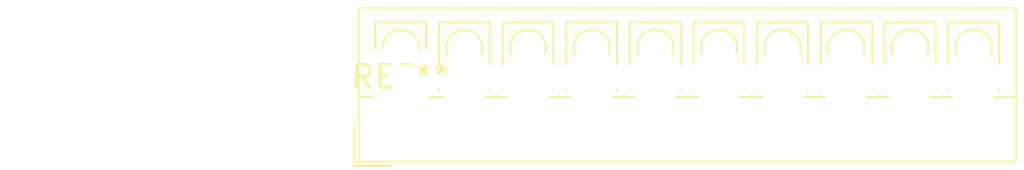
<source format=kicad_pcb>
(kicad_pcb (version 20240108) (generator pcbnew)
  (layers (0 "F.Cu" signal) (31 "B.Cu" signal) (34 "B.Paste" user) (35 "F.Paste" user) (36 "B.SilkS" user "B.Silkscreen") (37 "F.SilkS" user "F.Silkscreen") (38 "B.Mask" user) (39 "F.Mask" user) (44 "Edge.Cuts" user))
  (net 0 "")
  (footprint "TerminalBlock_4Ucon_1x10_P3.50mm_Vertical" (layer "F.Cu") (at 0 0)
    (property "Reference" "REF**")
    (property "Value" "TerminalBlock_4Ucon_1x10_P3.50mm_Vertical")
    (fp_line (start -2.55 2.66) (end -2.55 4.9) (layer "F.SilkS") (stroke (width 0.12)))
    (fp_line (start -2.55 4.9) (end -0.55 4.9) (layer "F.SilkS") (stroke (width 0.12)))
    (fp_line (start -2.31 -3.76) (end -2.31 4.66) (layer "F.SilkS") (stroke (width 0.12)))
    (fp_line (start -2.31 -3.76) (end 33.81 -3.76) (layer "F.SilkS") (stroke (width 0.12)))
    (fp_line (start -2.31 1.101) (end -1.54 1.101) (layer "F.SilkS") (stroke (width 0.12)))
    (fp_line (start -2.31 4.66) (end 33.81 4.66) (layer "F.SilkS") (stroke (width 0.12)))
    (fp_line (start -1.4 -3) (end -1.4 -1.54) (layer "F.SilkS") (stroke (width 0.12)))
    (fp_line (start -1.4 -3) (end 1.4 -3) (layer "F.SilkS") (stroke (width 0.12)))
    (fp_line (start 1.4 -3) (end 1.4 -1.54) (layer "F.SilkS") (stroke (width 0.12)))
    (fp_line (start 1.54 1.101) (end 2.367 1.101) (layer "F.SilkS") (stroke (width 0.12)))
    (fp_line (start 2.1 -3) (end 2.1 -0.689) (layer "F.SilkS") (stroke (width 0.12)))
    (fp_line (start 2.1 -3) (end 4.9 -3) (layer "F.SilkS") (stroke (width 0.12)))
    (fp_line (start 2.1 0.689) (end 2.1 0.75) (layer "F.SilkS") (stroke (width 0.12)))
    (fp_line (start 2.1 0.75) (end 2.101 0.75) (layer "F.SilkS") (stroke (width 0.12)))
    (fp_line (start 4.634 1.101) (end 5.867 1.101) (layer "F.SilkS") (stroke (width 0.12)))
    (fp_line (start 4.9 -3) (end 4.9 -0.689) (layer "F.SilkS") (stroke (width 0.12)))
    (fp_line (start 4.9 0.689) (end 4.9 0.75) (layer "F.SilkS") (stroke (width 0.12)))
    (fp_line (start 4.9 0.75) (end 4.9 0.75) (layer "F.SilkS") (stroke (width 0.12)))
    (fp_line (start 5.6 -3) (end 5.6 -0.689) (layer "F.SilkS") (stroke (width 0.12)))
    (fp_line (start 5.6 -3) (end 8.4 -3) (layer "F.SilkS") (stroke (width 0.12)))
    (fp_line (start 5.6 0.689) (end 5.6 0.75) (layer "F.SilkS") (stroke (width 0.12)))
    (fp_line (start 5.6 0.75) (end 5.601 0.75) (layer "F.SilkS") (stroke (width 0.12)))
    (fp_line (start 8.134 1.101) (end 9.367 1.101) (layer "F.SilkS") (stroke (width 0.12)))
    (fp_line (start 8.4 -3) (end 8.4 -0.689) (layer "F.SilkS") (stroke (width 0.12)))
    (fp_line (start 8.4 0.689) (end 8.4 0.75) (layer "F.SilkS") (stroke (width 0.12)))
    (fp_line (start 8.4 0.75) (end 8.4 0.75) (layer "F.SilkS") (stroke (width 0.12)))
    (fp_line (start 9.1 -3) (end 9.1 -0.689) (layer "F.SilkS") (stroke (width 0.12)))
    (fp_line (start 9.1 -3) (end 11.9 -3) (layer "F.SilkS") (stroke (width 0.12)))
    (fp_line (start 9.1 0.689) (end 9.1 0.75) (layer "F.SilkS") (stroke (width 0.12)))
    (fp_line (start 9.1 0.75) (end 9.101 0.75) (layer "F.SilkS") (stroke (width 0.12)))
    (fp_line (start 11.634 1.101) (end 12.867 1.101) (layer "F.SilkS") (stroke (width 0.12)))
    (fp_line (start 11.9 -3) (end 11.9 -0.689) (layer "F.SilkS") (stroke (width 0.12)))
    (fp_line (start 11.9 0.689) (end 11.9 0.75) (layer "F.SilkS") (stroke (width 0.12)))
    (fp_line (start 11.9 0.75) (end 11.9 0.75) (layer "F.SilkS") (stroke (width 0.12)))
    (fp_line (start 12.6 -3) (end 12.6 -0.689) (layer "F.SilkS") (stroke (width 0.12)))
    (fp_line (start 12.6 -3) (end 15.4 -3) (layer "F.SilkS") (stroke (width 0.12)))
    (fp_line (start 12.6 0.689) (end 12.6 0.75) (layer "F.SilkS") (stroke (width 0.12)))
    (fp_line (start 12.6 0.75) (end 12.601 0.75) (layer "F.SilkS") (stroke (width 0.12)))
    (fp_line (start 15.134 1.101) (end 16.367 1.101) (layer "F.SilkS") (stroke (width 0.12)))
    (fp_line (start 15.4 -3) (end 15.4 -0.689) (layer "F.SilkS") (stroke (width 0.12)))
    (fp_line (start 15.4 0.689) (end 15.4 0.75) (layer "F.SilkS") (stroke (width 0.12)))
    (fp_line (start 15.4 0.75) (end 15.4 0.75) (layer "F.SilkS") (stroke (width 0.12)))
    (fp_line (start 16.101 -3) (end 16.101 -0.689) (layer "F.SilkS") (stroke (width 0.12)))
    (fp_line (start 16.101 -3) (end 18.9 -3) (layer "F.SilkS") (stroke (width 0.12)))
    (fp_line (start 16.101 0.689) (end 16.101 0.75) (layer "F.SilkS") (stroke (width 0.12)))
    (fp_line (start 16.101 0.75) (end 16.101 0.75) (layer "F.SilkS") (stroke (width 0.12)))
    (fp_line (start 18.634 1.101) (end 19.867 1.101) (layer "F.SilkS") (stroke (width 0.12)))
    (fp_line (start 18.9 -3) (end 18.9 -0.689) (layer "F.SilkS") (stroke (width 0.12)))
    (fp_line (start 18.9 0.689) (end 18.9 0.75) (layer "F.SilkS") (stroke (width 0.12)))
    (fp_line (start 18.9 0.75) (end 18.9 0.75) (layer "F.SilkS") (stroke (width 0.12)))
    (fp_line (start 19.6 -3) (end 19.6 -0.689) (layer "F.SilkS") (stroke (width 0.12)))
    (fp_line (start 19.6 -3) (end 22.4 -3) (layer "F.SilkS") (stroke (width 0.12)))
    (fp_line (start 19.6 0.689) (end 19.6 0.75) (layer "F.SilkS") (stroke (width 0.12)))
    (fp_line (start 19.6 0.75) (end 19.601 0.75) (layer "F.SilkS") (stroke (width 0.12)))
    (fp_line (start 22.134 1.101) (end 23.367 1.101) (layer "F.SilkS") (stroke (width 0.12)))
    (fp_line (start 22.4 -3) (end 22.4 -0.689) (layer "F.SilkS") (stroke (width 0.12)))
    (fp_line (start 22.4 0.689) (end 22.4 0.75) (layer "F.SilkS") (stroke (width 0.12)))
    (fp_line (start 22.4 0.75) (end 22.4 0.75) (layer "F.SilkS") (stroke (width 0.12)))
    (fp_line (start 23.1 -3) (end 23.1 -0.689) (layer "F.SilkS") (stroke (width 0.12)))
    (fp_line (start 23.1 -3) (end 25.9 -3) (layer "F.SilkS") (stroke (width 0.12)))
    (fp_line (start 23.1 0.689) (end 23.1 0.75) (layer "F.SilkS") (stroke (width 0.12)))
    (fp_line (start 23.1 0.75) (end 23.101 0.75) (layer "F.SilkS") (stroke (width 0.12)))
    (fp_line (start 25.634 1.101) (end 26.867 1.101) (layer "F.SilkS") (stroke (width 0.12)))
    (fp_line (start 25.9 -3) (end 25.9 -0.689) (layer "F.SilkS") (stroke (width 0.12)))
    (fp_line (start 25.9 0.689) (end 25.9 0.75) (layer "F.SilkS") (stroke (width 0.12)))
    (fp_line (start 25.9 0.75) (end 25.9 0.75) (layer "F.SilkS") (stroke (width 0.12)))
    (fp_line (start 26.6 -3) (end 26.6 -0.689) (layer "F.SilkS") (stroke (width 0.12)))
    (fp_line (start 26.6 -3) (end 29.4 -3) (layer "F.SilkS") (stroke (width 0.12)))
    (fp_line (start 26.6 0.689) (end 26.6 0.75) (layer "F.SilkS") (stroke (width 0.12)))
    (fp_line (start 26.6 0.75) (end 26.601 0.75) (layer "F.SilkS") (stroke (width 0.12)))
    (fp_line (start 29.134 1.101) (end 30.367 1.101) (layer "F.SilkS") (stroke (width 0.12)))
    (fp_line (start 29.4 -3) (end 29.4 -0.689) (layer "F.SilkS") (stroke (width 0.12)))
    (fp_line (start 29.4 0.689) (end 29.4 0.75) (layer "F.SilkS") (stroke (width 0.12)))
    (fp_line (start 29.4 0.75) (end 29.4 0.75) (layer "F.SilkS") (stroke (width 0.12)))
    (fp_line (start 30.1 -3) (end 30.1 -0.689) (layer "F.SilkS") (stroke (width 0.12)))
    (fp_line (start 30.1 -3) (end 32.9 -3) (layer "F.SilkS") (stroke (width 0.12)))
    (fp_line (start 30.1 0.689) (end 30.1 0.75) (layer "F.SilkS") (stroke (width 0.12)))
    (fp_line (start 30.1 0.75) (end 30.101 0.75) (layer "F.SilkS") (stroke (width 0.12)))
    (fp_line (start 32.634 1.101) (end 33.81 1.101) (layer "F.SilkS") (stroke (width 0.12)))
    (fp_line (start 32.9 -3) (end 32.9 -0.689) (layer "F.SilkS") (stroke (width 0.12)))
    (fp_line (start 32.9 0.689) (end 32.9 0.75) (layer "F.SilkS") (stroke (width 0.12)))
    (fp_line (start 32.9 0.75) (end 32.9 0.75) (layer "F.SilkS") (stroke (width 0.12)))
    (fp_line (start 33.81 -3.76) (end 33.81 4.66) (layer "F.SilkS") (stroke (width 0.12)))
    (fp_arc (start -0.99789 -1.529434) (mid -0.000785 -2.600382) (end 0.998 -1.531) (layer "F.SilkS") (stroke (width 0.12)))
    (fp_arc (start 2.560085 -1.257767) (mid 3.499876 -2.600282) (end 4.44 -1.258) (layer "F.SilkS") (stroke (width 0.12)))
    (fp_arc (start 6.060085 -1.257767) (mid 6.999876 -2.600282) (end 7.94 -1.258) (layer "F.SilkS") (stroke (width 0.12)))
    (fp_arc (start 9.560085 -1.257767) (mid 10.499876 -2.600282) (end 11.44 -1.258) (layer "F.SilkS") (stroke (width 0.12)))
    (fp_arc (start 13.060085 -1.257767) (mid 13.999876 -2.600282) (end 14.94 -1.258) (layer "F.SilkS") (stroke (width 0.12)))
    (fp_arc (start 16.560085 -1.257767) (mid 17.499876 -2.600282) (end 18.44 -1.258) (layer "F.SilkS") (stroke (width 0.12)))
    (fp_arc (start 20.060085 -1.257767) (mid 20.999876 -2.600282) (end 21.94 -1.258) (layer "F.SilkS") (stroke (width 0.12)))
    (fp_arc (start 23.560085 -1.257767) (mid 24.499876 -2.600282) (end 25.44 -1.258) (layer "F.SilkS") (stroke (width 0.12)))
    (fp_arc (start 27.060085 -1.257767) (mid 27.999876 -2.600282) (end 28.94 -1.258) (layer "F.SilkS") (stroke (width 0.12)))
    (fp_arc (start 30.560085 -1.257767) (mid 31.499876 -2.600282) (end 32.44 -1.258) (layer "F.SilkS") (stroke (width 0.12)))
    (pad "1" thru_hole rect (at 0 0) (size 2.6 2.6) (drill 1.3) (layers *.Cu *.Mask) (remove_unused_layers))
    (pad "2" thru_hole circle (at 3.5 0) (size 2.6 2.6) (drill 1.3) (layers *.Cu *.Mask) (remove_unused_layers))
    (pad "3" thru_hole circle (at 7 0) (size 2.6 2.6) (drill 1.3) (layers *.Cu *.Mask) (remove_unused_layers))
    (pad "4" thru_hole circle (at 10.5 0) (size 2.6 2.6) (drill 1.3) (layers *.Cu *.Mask) (remove_unused_layers))
    (pad "5" thru_hole circle (at 14 0) (size 2.6 2.6) (drill 1.3) (layers *.Cu *.Mask) (remove_unused_layers))
    (pad "6" thru_hole circle (at 17.5 0) (size 2.6 2.6) (drill 1.3) (layers *.Cu *.Mask) (remove_unused_layers))
    (pad "7" thru_hole circle (at 21 0) (size 2.6 2.6) (drill 1.3) (layers *.Cu *.Mask) (remove_unused_layers))
    (pad "8" thru_hole circle (at 24.5 0) (size 2.6 2.6) (drill 1.3) (layers *.Cu *.Mask) (remove_unused_layers))
    (pad "9" thru_hole circle (at 28 0) (size 2.6 2.6) (drill 1.3) (layers *.Cu *.Mask) (remove_unused_layers))
    (pad "10" thru_hole circle (at 31.5 0) (size 2.6 2.6) (drill 1.3) (layers *.Cu *.Mask) (remove_unused_layers))
  )
)
</source>
